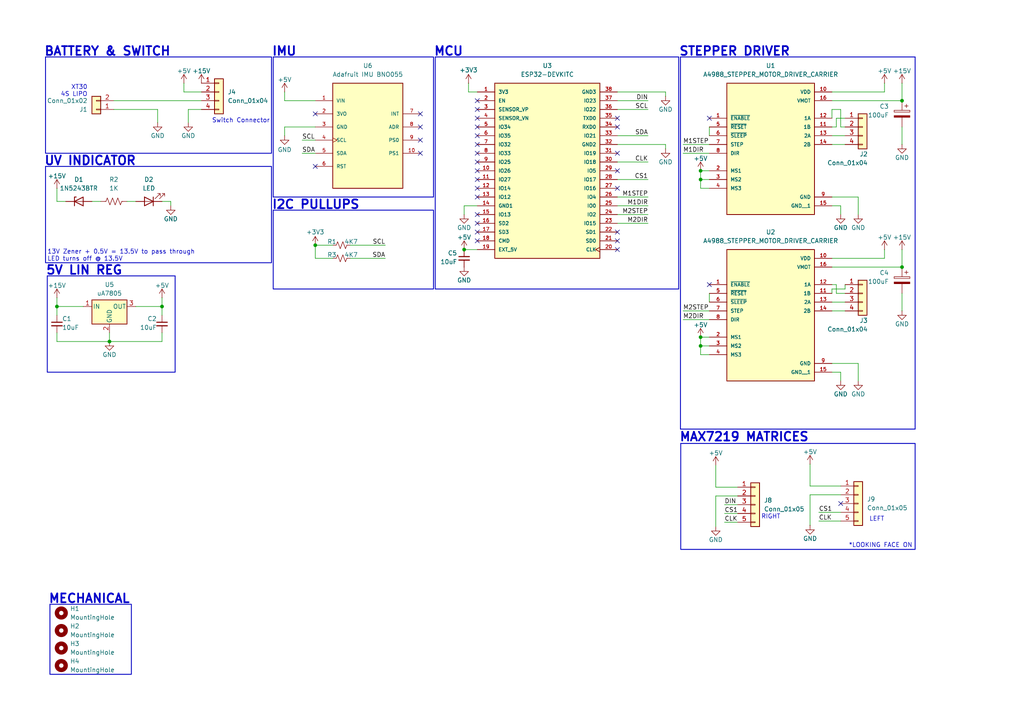
<source format=kicad_sch>
(kicad_sch (version 20231120) (generator "eeschema") (generator_version "8.0")
  (paper "A4")
  (title_block (title "SBR2") (date "2024-09-15") (rev "2.1") (company "Robonyx") (comment 1 "H.M.PHAN"))
  (lib_symbols
    (symbol "A4988_STEPPER_MOTOR_DRIVER_CARRIER:A4988_STEPPER_MOTOR_DRIVER_CARRIER" (pin_names (offset 1.016))
      (property "Reference" "U" (at -12.7 19.05 0))
      (property "Value" "A4988_STEPPER_MOTOR_DRIVER_CARRIER" (at -12.7 -24.13 0))
      (symbol "A4988_STEPPER_MOTOR_DRIVER_CARRIER_0_0"
        (rectangle (start -12.7 -20.32) (end 12.7 17.78) (stroke (width 0.254)) (fill (type background)))
        (pin input line (at -17.78 7.62 0) (length 5.08) (name "~{ENABLE}") (number "1"))
        (pin power_in line (at 17.78 15.24 180) (length 5.08) (name "VDD") (number "10"))
        (pin output line (at 17.78 5.08 180) (length 5.08) (name "1B") (number "11"))
        (pin output line (at 17.78 7.62 180) (length 5.08) (name "1A") (number "12"))
        (pin output line (at 17.78 2.54 180) (length 5.08) (name "2A") (number "13"))
        (pin output line (at 17.78 0 180) (length 5.08) (name "2B") (number "14"))
        (pin power_in line (at 17.78 -17.78 180) (length 5.08) (name "GND__1") (number "15"))
        (pin power_in line (at 17.78 12.7 180) (length 5.08) (name "VMOT") (number "16"))
        (pin input line (at -17.78 -7.62 0) (length 5.08) (name "MS1") (number "2"))
        (pin input line (at -17.78 -10.16 0) (length 5.08) (name "MS2") (number "3"))
        (pin input line (at -17.78 -12.7 0) (length 5.08) (name "MS3") (number "4"))
        (pin input line (at -17.78 5.08 0) (length 5.08) (name "~{RESET}") (number "5"))
        (pin input line (at -17.78 2.54 0) (length 5.08) (name "~{SLEEP}") (number "6"))
        (pin input line (at -17.78 0 0) (length 5.08) (name "STEP") (number "7"))
        (pin input line (at -17.78 -2.54 0) (length 5.08) (name "DIR") (number "8"))
        (pin power_in line (at 17.78 -15.24 180) (length 5.08) (name "GND") (number "9"))
      )
    )
    (symbol "Adafruit IMU BNO055:Adafruit IMU BNO055" (pin_names (offset 1.016))
      (property "Reference" "U" (at -10.16 14.732 0))
      (property "Value" "Adafruit IMU BNO055" (at -10.16 -19.05 0))
      (symbol "Adafruit IMU BNO055_0_0"
        (rectangle (start -10.16 13.97) (end 10.16 -16.51) (stroke (width 0.254)) (fill (type background)))
      )
      (symbol "Adafruit IMU BNO055_1_0"
        (pin input line (at -15.24 8.89 0) (length 5.08) (name "VIN") (number "1"))
        (pin bidirectional line (at 15.24 -6.35 180) (length 5.08) (name "PS1") (number "10"))
        (pin output line (at -15.24 5.08 0) (length 5.08) (name "3VO") (number "2"))
        (pin power_in line (at -15.24 1.27 0) (length 5.08) (name "GND") (number "3"))
        (pin bidirectional clock (at -15.24 -2.54 0) (length 5.08) (name "SCL") (number "4"))
        (pin bidirectional line (at -15.24 -6.35 0) (length 5.08) (name "SDA") (number "5"))
        (pin input line (at -15.24 -10.16 0) (length 5.08) (name "RST") (number "6"))
        (pin output line (at 15.24 5.08 180) (length 5.08) (name "INT") (number "7"))
        (pin bidirectional line (at 15.24 1.27 180) (length 5.08) (name "ADR") (number "8"))
        (pin output line (at 15.24 -2.54 180) (length 5.08) (name "PS0") (number "9"))
      )
    )
    (symbol "Connector_Generic:Conn_01x02" (pin_names (offset 1.016) hide)
      (property "Reference" "J" (at 0 2.54 0))
      (property "Value" "Conn_01x02" (at 0 -5.08 0))
      (symbol "Conn_01x02_1_1"
        (rectangle (start -1.27 -2.413) (end 0 -2.667) (stroke (width 0.1524)))
        (rectangle (start -1.27 0.127) (end 0 -0.127) (stroke (width 0.1524)))
        (rectangle (start -1.27 1.27) (end 1.27 -3.81) (stroke (width 0.254)) (fill (type background)))
        (pin passive line (at -5.08 0 0) (length 3.81) (name "Pin_1") (number "1"))
        (pin passive line (at -5.08 -2.54 0) (length 3.81) (name "Pin_2") (number "2"))
      )
    )
    (symbol "Connector_Generic:Conn_01x04" (pin_names (offset 1.016) hide)
      (property "Reference" "J" (at 0 5.08 0))
      (property "Value" "Conn_01x04" (at 0 -7.62 0))
      (symbol "Conn_01x04_1_1"
        (rectangle (start -1.27 -4.953) (end 0 -5.207) (stroke (width 0.1524)))
        (rectangle (start -1.27 -2.413) (end 0 -2.667) (stroke (width 0.1524)))
        (rectangle (start -1.27 0.127) (end 0 -0.127) (stroke (width 0.1524)))
        (rectangle (start -1.27 2.667) (end 0 2.413) (stroke (width 0.1524)))
        (rectangle (start -1.27 3.81) (end 1.27 -6.35) (stroke (width 0.254)) (fill (type background)))
        (pin passive line (at -5.08 2.54 0) (length 3.81) (name "Pin_1") (number "1"))
        (pin passive line (at -5.08 0 0) (length 3.81) (name "Pin_2") (number "2"))
        (pin passive line (at -5.08 -2.54 0) (length 3.81) (name "Pin_3") (number "3"))
        (pin passive line (at -5.08 -5.08 0) (length 3.81) (name "Pin_4") (number "4"))
      )
    )
    (symbol "Connector_Generic:Conn_01x05" (pin_names (offset 1.016) hide)
      (property "Reference" "J" (at 0 7.62 0))
      (property "Value" "Conn_01x05" (at 0 -7.62 0))
      (symbol "Conn_01x05_1_1"
        (rectangle (start -1.27 -4.953) (end 0 -5.207) (stroke (width 0.1524)))
        (rectangle (start -1.27 -2.413) (end 0 -2.667) (stroke (width 0.1524)))
        (rectangle (start -1.27 0.127) (end 0 -0.127) (stroke (width 0.1524)))
        (rectangle (start -1.27 2.667) (end 0 2.413) (stroke (width 0.1524)))
        (rectangle (start -1.27 5.207) (end 0 4.953) (stroke (width 0.1524)))
        (rectangle (start -1.27 6.35) (end 1.27 -6.35) (stroke (width 0.254)) (fill (type background)))
        (pin passive line (at -5.08 5.08 0) (length 3.81) (name "Pin_1") (number "1"))
        (pin passive line (at -5.08 2.54 0) (length 3.81) (name "Pin_2") (number "2"))
        (pin passive line (at -5.08 0 0) (length 3.81) (name "Pin_3") (number "3"))
        (pin passive line (at -5.08 -2.54 0) (length 3.81) (name "Pin_4") (number "4"))
        (pin passive line (at -5.08 -5.08 0) (length 3.81) (name "Pin_5") (number "5"))
      )
    )
    (symbol "Device:C_Polarized" (pin_numbers hide) (pin_names (offset 0.254))
      (property "Reference" "C" (at 0.635 2.54 0))
      (property "Value" "C_Polarized" (at 0.635 -2.54 0))
      (symbol "C_Polarized_0_1"
        (rectangle (start -2.286 0.508) (end 2.286 1.016))
        (polyline (pts (xy -1.778 2.286) (xy -0.762 2.286)))
        (polyline (pts (xy -1.27 2.794) (xy -1.27 1.778)))
        (rectangle (start 2.286 -0.508) (end -2.286 -1.016) (fill (type outline)))
      )
      (symbol "C_Polarized_1_1"
        (pin passive line (at 0 3.81 270) (length 2.794) (name "~") (number "1"))
        (pin passive line (at 0 -3.81 90) (length 2.794) (name "~") (number "2"))
      )
    )
    (symbol "Device:C_Small" (pin_numbers hide) (pin_names (offset 0.254) hide)
      (property "Reference" "C" (at 0.254 1.778 0))
      (property "Value" "C_Small" (at 0.254 -2.032 0))
      (symbol "C_Small_0_1"
        (polyline (pts (xy -1.524 -0.508) (xy 1.524 -0.508)) (stroke (width 0.3302)))
        (polyline (pts (xy -1.524 0.508) (xy 1.524 0.508)) (stroke (width 0.3048)))
      )
      (symbol "C_Small_1_1"
        (pin passive line (at 0 2.54 270) (length 2.032) (name "~") (number "1"))
        (pin passive line (at 0 -2.54 90) (length 2.032) (name "~") (number "2"))
      )
    )
    (symbol "Device:D_Zener" (pin_numbers hide) (pin_names (offset 1.016) hide)
      (property "Reference" "D" (at 0 2.54 0))
      (property "Value" "D_Zener" (at 0 -2.54 0))
      (symbol "D_Zener_0_1"
        (polyline (pts (xy 1.27 0) (xy -1.27 0)))
        (polyline (pts (xy -1.27 -1.27) (xy -1.27 1.27) (xy -0.762 1.27)) (stroke (width 0.254)))
        (polyline (pts (xy 1.27 -1.27) (xy 1.27 1.27) (xy -1.27 0) (xy 1.27 -1.27)) (stroke (width 0.254)))
      )
      (symbol "D_Zener_1_1"
        (pin passive line (at -3.81 0 0) (length 2.54) (name "K") (number "1"))
        (pin passive line (at 3.81 0 180) (length 2.54) (name "A") (number "2"))
      )
    )
    (symbol "Device:LED" (pin_numbers hide) (pin_names (offset 1.016) hide)
      (property "Reference" "D" (at 0 2.54 0))
      (property "Value" "LED" (at 0 -2.54 0))
      (symbol "LED_0_1"
        (polyline (pts (xy -1.27 -1.27) (xy -1.27 1.27)) (stroke (width 0.254)))
        (polyline (pts (xy -1.27 0) (xy 1.27 0)))
        (polyline (pts (xy 1.27 -1.27) (xy 1.27 1.27) (xy -1.27 0) (xy 1.27 -1.27)) (stroke (width 0.254)))
        (polyline (pts (xy -3.048 -0.762) (xy -4.572 -2.286) (xy -3.81 -2.286) (xy -4.572 -2.286) (xy -4.572 -1.524)))
        (polyline (pts (xy -1.778 -0.762) (xy -3.302 -2.286) (xy -2.54 -2.286) (xy -3.302 -2.286) (xy -3.302 -1.524)))
      )
      (symbol "LED_1_1"
        (pin passive line (at -3.81 0 0) (length 2.54) (name "K") (number "1"))
        (pin passive line (at 3.81 0 180) (length 2.54) (name "A") (number "2"))
      )
    )
    (symbol "Device:R_Small_US" (pin_numbers hide) (pin_names (offset 0.254) hide)
      (property "Reference" "R" (at 0.762 0.508 0))
      (property "Value" "R_Small_US" (at 0.762 -1.016 0))
      (symbol "R_Small_US_1_1"
        (polyline (pts (xy 0 0) (xy 1.016 -0.381) (xy 0 -0.762) (xy -1.016 -1.143) (xy 0 -1.524)))
        (polyline (pts (xy 0 1.524) (xy 1.016 1.143) (xy 0 0.762) (xy -1.016 0.381) (xy 0 0)))
        (pin passive line (at 0 2.54 270) (length 1.016) (name "~") (number "1"))
        (pin passive line (at 0 -2.54 90) (length 1.016) (name "~") (number "2"))
      )
    )
    (symbol "Device:R_US" (pin_numbers hide) (pin_names (offset 0))
      (property "Reference" "R" (at 2.54 0 90))
      (property "Value" "R_US" (at -2.54 0 90))
      (symbol "R_US_0_1"
        (polyline (pts (xy 0 -2.286) (xy 0 -2.54)))
        (polyline (pts (xy 0 2.286) (xy 0 2.54)))
        (polyline (pts (xy 0 -0.762) (xy 1.016 -1.143) (xy 0 -1.524) (xy -1.016 -1.905) (xy 0 -2.286)))
        (polyline (pts (xy 0 0.762) (xy 1.016 0.381) (xy 0 0) (xy -1.016 -0.381) (xy 0 -0.762)))
        (polyline (pts (xy 0 2.286) (xy 1.016 1.905) (xy 0 1.524) (xy -1.016 1.143) (xy 0 0.762)))
      )
      (symbol "R_US_1_1"
        (pin passive line (at 0 3.81 270) (length 1.27) (name "~") (number "1"))
        (pin passive line (at 0 -3.81 90) (length 1.27) (name "~") (number "2"))
      )
    )
    (symbol "ESP32-DEVKITC:ESP32-DEVKITC" (pin_names (offset 1.016))
      (property "Reference" "U" (at -15.2572 26.0643 0))
      (property "Value" "ESP32-DEVKITC" (at -15.2563 -27.9698 0))
      (symbol "ESP32-DEVKITC_0_0"
        (rectangle (start -15.24 -25.4) (end 15.24 25.4) (stroke (width 0.254)) (fill (type background)))
        (pin power_in line (at -20.32 22.86 0) (length 5.08) (name "3V3") (number "1"))
        (pin bidirectional line (at -20.32 0 0) (length 5.08) (name "IO26") (number "10"))
        (pin bidirectional line (at -20.32 -2.54 0) (length 5.08) (name "IO27") (number "11"))
        (pin bidirectional line (at -20.32 -5.08 0) (length 5.08) (name "IO14") (number "12"))
        (pin bidirectional line (at -20.32 -7.62 0) (length 5.08) (name "IO12") (number "13"))
        (pin power_in line (at -20.32 -10.16 0) (length 5.08) (name "GND1") (number "14"))
        (pin bidirectional line (at -20.32 -12.7 0) (length 5.08) (name "IO13") (number "15"))
        (pin bidirectional line (at -20.32 -15.24 0) (length 5.08) (name "SD2") (number "16"))
        (pin bidirectional line (at -20.32 -17.78 0) (length 5.08) (name "SD3") (number "17"))
        (pin bidirectional line (at -20.32 -20.32 0) (length 5.08) (name "CMD") (number "18"))
        (pin power_in line (at -20.32 -22.86 0) (length 5.08) (name "EXT_5V") (number "19"))
        (pin input line (at -20.32 20.32 0) (length 5.08) (name "EN") (number "2"))
        (pin input clock (at 20.32 -22.86 180) (length 5.08) (name "CLK") (number "20"))
        (pin bidirectional line (at 20.32 -20.32 180) (length 5.08) (name "SD0") (number "21"))
        (pin bidirectional line (at 20.32 -17.78 180) (length 5.08) (name "SD1") (number "22"))
        (pin bidirectional line (at 20.32 -15.24 180) (length 5.08) (name "IO15") (number "23"))
        (pin bidirectional line (at 20.32 -12.7 180) (length 5.08) (name "IO2") (number "24"))
        (pin bidirectional line (at 20.32 -10.16 180) (length 5.08) (name "IO0") (number "25"))
        (pin bidirectional line (at 20.32 -7.62 180) (length 5.08) (name "IO4") (number "26"))
        (pin bidirectional line (at 20.32 -5.08 180) (length 5.08) (name "IO16") (number "27"))
        (pin bidirectional line (at 20.32 -2.54 180) (length 5.08) (name "IO17") (number "28"))
        (pin bidirectional line (at 20.32 0 180) (length 5.08) (name "IO5") (number "29"))
        (pin input line (at -20.32 17.78 0) (length 5.08) (name "SENSOR_VP") (number "3"))
        (pin bidirectional line (at 20.32 2.54 180) (length 5.08) (name "IO18") (number "30"))
        (pin bidirectional line (at 20.32 5.08 180) (length 5.08) (name "IO19") (number "31"))
        (pin power_in line (at 20.32 7.62 180) (length 5.08) (name "GND2") (number "32"))
        (pin bidirectional line (at 20.32 10.16 180) (length 5.08) (name "IO21") (number "33"))
        (pin input line (at 20.32 12.7 180) (length 5.08) (name "RXD0") (number "34"))
        (pin output line (at 20.32 15.24 180) (length 5.08) (name "TXD0") (number "35"))
        (pin bidirectional line (at 20.32 17.78 180) (length 5.08) (name "IO22") (number "36"))
        (pin bidirectional line (at 20.32 20.32 180) (length 5.08) (name "IO23") (number "37"))
        (pin power_in line (at 20.32 22.86 180) (length 5.08) (name "GND3") (number "38"))
        (pin input line (at -20.32 15.24 0) (length 5.08) (name "SENSOR_VN") (number "4"))
        (pin bidirectional line (at -20.32 12.7 0) (length 5.08) (name "IO34") (number "5"))
        (pin bidirectional line (at -20.32 10.16 0) (length 5.08) (name "IO35") (number "6"))
        (pin bidirectional line (at -20.32 7.62 0) (length 5.08) (name "IO32") (number "7"))
        (pin bidirectional line (at -20.32 5.08 0) (length 5.08) (name "IO33") (number "8"))
        (pin bidirectional line (at -20.32 2.54 0) (length 5.08) (name "IO25") (number "9"))
      )
    )
    (symbol "Mechanical:MountingHole" (pin_names (offset 1.016)) (exclude_from_sim yes) (in_bom no)
      (property "Reference" "H" (at 0 5.08 0))
      (property "Value" "MountingHole" (at 0 3.175 0))
      (symbol "MountingHole_0_1"
        (circle (center 0 0) (radius 1.27) (stroke (width 1.27)))
      )
    )
    (symbol "Regulator_Linear:uA7805" (pin_names (offset 0.254))
      (property "Reference" "U" (at -3.81 3.175 0))
      (property "Value" "uA7805" (at 0 3.175 0))
      (symbol "uA7805_0_1"
        (rectangle (start -5.08 1.905) (end 5.08 -5.08) (stroke (width 0.254)) (fill (type background)))
      )
      (symbol "uA7805_1_1"
        (pin power_in line (at -7.62 0 0) (length 2.54) (name "IN") (number "1"))
        (pin power_in line (at 0 -7.62 90) (length 2.54) (name "GND") (number "2"))
        (pin power_out line (at 7.62 0 180) (length 2.54) (name "OUT") (number "3"))
      )
    )
    (symbol "power:+15V" (power) (pin_numbers hide) (pin_names (offset 0) hide)
      (property "Value" "+15V" (at 0 3.556 0))
      (symbol "+15V_0_1"
        (polyline (pts (xy -0.762 1.27) (xy 0 2.54)))
        (polyline (pts (xy 0 0) (xy 0 2.54)))
        (polyline (pts (xy 0 2.54) (xy 0.762 1.27)))
      )
      (symbol "+15V_1_1"
        (pin power_in line (at 0 0 90) (length 0) (name "~") (number "1"))
      )
    )
    (symbol "power:+3V3" (power) (pin_numbers hide) (pin_names (offset 0) hide)
      (property "Value" "+3V3" (at 0 3.556 0))
      (symbol "+3V3_0_1"
        (polyline (pts (xy -0.762 1.27) (xy 0 2.54)))
        (polyline (pts (xy 0 0) (xy 0 2.54)))
        (polyline (pts (xy 0 2.54) (xy 0.762 1.27)))
      )
      (symbol "+3V3_1_1"
        (pin power_in line (at 0 0 90) (length 0) (name "~") (number "1"))
      )
    )
    (symbol "power:+5V" (power) (pin_numbers hide) (pin_names (offset 0) hide)
      (property "Value" "+5V" (at 0 3.556 0))
      (symbol "+5V_0_1"
        (polyline (pts (xy -0.762 1.27) (xy 0 2.54)))
        (polyline (pts (xy 0 0) (xy 0 2.54)))
        (polyline (pts (xy 0 2.54) (xy 0.762 1.27)))
      )
      (symbol "+5V_1_1"
        (pin power_in line (at 0 0 90) (length 0) (name "~") (number "1"))
      )
    )
    (symbol "power:GND" (power) (pin_numbers hide) (pin_names (offset 0) hide)
      (property "Value" "GND" (at 0 -3.81 0))
      (symbol "GND_0_1"
        (polyline (pts (xy 0 0) (xy 0 -1.27) (xy 1.27 -1.27) (xy 0 -2.54) (xy -1.27 -1.27) (xy 0 -1.27)))
      )
      (symbol "GND_1_1"
        (pin power_in line (at 0 0 270) (length 0) (name "~") (number "1"))
      )
    )
  )
  (junction (at 203.2 49.53))
  (junction (at 261.62 77.47))
  (junction (at 16.51 88.9))
  (junction (at 134.62 72.39))
  (junction (at 31.75 99.06))
  (junction (at 203.2 100.33))
  (junction (at 91.44 71.12))
  (junction (at 46.99 88.9))
  (junction (at 203.2 97.79))
  (junction (at 261.62 29.21))
  (junction (at 203.2 52.07))
  (no_connect (at 138.43 57.15))
  (no_connect (at 179.07 54.61))
  (no_connect (at 138.43 49.53))
  (no_connect (at 243.84 146.05))
  (no_connect (at 138.43 67.31))
  (no_connect (at 138.43 54.61))
  (no_connect (at 179.07 44.45))
  (no_connect (at 121.92 36.83))
  (no_connect (at 179.07 34.29))
  (no_connect (at 179.07 72.39))
  (no_connect (at 138.43 29.21))
  (no_connect (at 138.43 34.29))
  (no_connect (at 138.43 64.77))
  (no_connect (at 179.07 67.31))
  (no_connect (at 138.43 69.85))
  (no_connect (at 121.92 40.64))
  (no_connect (at 138.43 39.37))
  (no_connect (at 138.43 52.07))
  (no_connect (at 179.07 49.53))
  (no_connect (at 205.74 34.29))
  (no_connect (at 179.07 69.85))
  (no_connect (at 138.43 46.99))
  (no_connect (at 91.44 48.26))
  (no_connect (at 205.74 82.55))
  (no_connect (at 138.43 41.91))
  (no_connect (at 91.44 33.02))
  (no_connect (at 138.43 44.45))
  (no_connect (at 138.43 62.23))
  (no_connect (at 121.92 33.02))
  (no_connect (at 138.43 36.83))
  (no_connect (at 179.07 36.83))
  (no_connect (at 138.43 31.75))
  (no_connect (at 121.92 44.45))
  (wire (pts (xy 241.3 85.09) (xy 241.3 83.82)))
  (wire (pts (xy 245.11 83.82) (xy 245.11 82.55)))
  (wire (pts (xy 16.51 99.06) (xy 31.75 99.06)))
  (wire (pts (xy 203.2 54.61) (xy 205.74 54.61)))
  (wire (pts (xy 33.02 31.75) (xy 45.72 31.75)))
  (wire (pts (xy 241.3 77.47) (xy 261.62 77.47)))
  (wire (pts (xy 242.57 34.29) (xy 242.57 36.83)))
  (wire (pts (xy 58.42 26.67) (xy 53.34 26.67)))
  (wire (pts (xy 243.84 59.69) (xy 243.84 62.23)))
  (wire (pts (xy 187.96 52.07) (xy 179.07 52.07)))
  (wire (pts (xy 210.1418 148.929) (xy 213.9518 148.929)))
  (wire (pts (xy 187.96 29.21) (xy 179.07 29.21)))
  (wire (pts (xy 241.3 29.21) (xy 261.62 29.21)))
  (wire (pts (xy 187.96 39.37) (xy 179.07 39.37)))
  (wire (pts (xy 242.57 36.83) (xy 241.3 36.83)))
  (wire (pts (xy 241.3 31.75) (xy 243.84 31.75)))
  (wire (pts (xy 187.96 46.99) (xy 179.07 46.99)))
  (wire (pts (xy 101.6 71.12) (xy 111.76 71.12)))
  (wire (pts (xy 241.3 107.95) (xy 243.84 107.95)))
  (wire (pts (xy 205.74 85.09) (xy 205.74 87.63)))
  (wire (pts (xy 193.04 26.67) (xy 193.04 27.94)))
  (wire (pts (xy 256.54 74.93) (xy 256.54 72.39)))
  (wire (pts (xy 82.55 36.83) (xy 82.55 39.37)))
  (wire (pts (xy 203.2 100.33) (xy 203.2 102.87)))
  (wire (pts (xy 198.12 44.45) (xy 205.74 44.45)))
  (wire (pts (xy 179.07 26.67) (xy 193.04 26.67)))
  (wire (pts (xy 203.2 97.79) (xy 203.2 100.33)))
  (wire (pts (xy 256.54 26.67) (xy 256.54 24.13)))
  (wire (pts (xy 54.61 35.56) (xy 54.61 31.75)))
  (wire (pts (xy 87.63 40.64) (xy 91.44 40.64)))
  (wire (pts (xy 241.3 34.29) (xy 241.3 31.75)))
  (wire (pts (xy 243.84 107.95) (xy 243.84 110.49)))
  (wire (pts (xy 241.3 83.82) (xy 245.11 83.82)))
  (wire (pts (xy 245.11 85.09) (xy 242.57 85.09)))
  (wire (pts (xy 16.51 54.61) (xy 16.51 58.42)))
  (wire (pts (xy 245.11 34.29) (xy 242.57 34.29)))
  (wire (pts (xy 49.53 58.42) (xy 49.53 59.69)))
  (wire (pts (xy 213.9518 141.309) (xy 207.6018 141.309)))
  (wire (pts (xy 203.2 49.53) (xy 205.74 49.53)))
  (wire (pts (xy 179.07 41.91) (xy 193.04 41.91)))
  (wire (pts (xy 31.75 99.06) (xy 46.99 99.06)))
  (wire (pts (xy 31.75 99.06) (xy 31.75 96.52)))
  (wire (pts (xy 241.3 74.93) (xy 256.54 74.93)))
  (wire (pts (xy 82.55 26.67) (xy 82.55 29.21)))
  (wire (pts (xy 205.74 36.83) (xy 205.74 39.37)))
  (wire (pts (xy 210.1418 151.469) (xy 213.9518 151.469)))
  (wire (pts (xy 207.6018 143.849) (xy 207.6018 152.739)))
  (wire (pts (xy 138.43 59.69) (xy 134.62 59.69)))
  (wire (pts (xy 16.51 58.42) (xy 19.05 58.42)))
  (wire (pts (xy 101.6 74.93) (xy 111.76 74.93)))
  (wire (pts (xy 134.62 59.69) (xy 134.62 62.23)))
  (wire (pts (xy 203.2 52.07) (xy 205.74 52.07)))
  (wire (pts (xy 203.2 49.53) (xy 203.2 52.07)))
  (wire (pts (xy 187.96 31.75) (xy 179.07 31.75)))
  (wire (pts (xy 237.49 151.13) (xy 243.84 151.13)))
  (wire (pts (xy 198.12 41.91) (xy 205.74 41.91)))
  (wire (pts (xy 245.11 90.17) (xy 241.3 90.17)))
  (wire (pts (xy 241.3 105.41) (xy 248.92 105.41)))
  (wire (pts (xy 46.99 86.36) (xy 46.99 88.9)))
  (wire (pts (xy 203.2 97.79) (xy 205.74 97.79)))
  (wire (pts (xy 16.51 86.36) (xy 16.51 88.9)))
  (wire (pts (xy 87.63 44.45) (xy 91.44 44.45)))
  (wire (pts (xy 179.07 57.15) (xy 187.96 57.15)))
  (wire (pts (xy 179.07 59.69) (xy 187.96 59.69)))
  (wire (pts (xy 245.11 39.37) (xy 241.3 39.37)))
  (wire (pts (xy 243.84 31.75) (xy 243.84 36.83)))
  (wire (pts (xy 237.49 148.59) (xy 243.84 148.59)))
  (wire (pts (xy 242.57 85.09) (xy 242.57 82.55)))
  (wire (pts (xy 248.92 105.41) (xy 248.92 110.49)))
  (wire (pts (xy 134.62 72.39) (xy 138.43 72.39)))
  (wire (pts (xy 16.51 91.44) (xy 16.51 88.9)))
  (wire (pts (xy 91.44 74.93) (xy 96.52 74.93)))
  (wire (pts (xy 179.07 64.77) (xy 187.96 64.77)))
  (wire (pts (xy 261.62 90.17) (xy 261.62 85.09)))
  (wire (pts (xy 234.95 134.62) (xy 234.95 140.97)))
  (wire (pts (xy 82.55 29.21) (xy 91.44 29.21)))
  (wire (pts (xy 135.89 24.13) (xy 135.89 26.67)))
  (wire (pts (xy 16.51 88.9) (xy 24.13 88.9)))
  (wire (pts (xy 241.3 59.69) (xy 243.84 59.69)))
  (wire (pts (xy 207.6018 134.959) (xy 207.6018 141.309)))
  (wire (pts (xy 91.44 36.83) (xy 82.55 36.83)))
  (wire (pts (xy 29.21 58.42) (xy 26.67 58.42)))
  (wire (pts (xy 203.2 52.07) (xy 203.2 54.61)))
  (wire (pts (xy 234.95 143.51) (xy 243.84 143.51)))
  (wire (pts (xy 234.95 140.97) (xy 243.84 140.97)))
  (wire (pts (xy 210.1418 146.389) (xy 213.9518 146.389)))
  (wire (pts (xy 245.11 41.91) (xy 241.3 41.91)))
  (wire (pts (xy 36.83 58.42) (xy 39.37 58.42)))
  (wire (pts (xy 261.62 41.91) (xy 261.62 36.83)))
  (wire (pts (xy 203.2 100.33) (xy 205.74 100.33)))
  (wire (pts (xy 261.62 72.39) (xy 261.62 77.47)))
  (wire (pts (xy 91.44 71.12) (xy 91.44 74.93)))
  (wire (pts (xy 234.95 143.51) (xy 234.95 152.4)))
  (wire (pts (xy 33.02 29.21) (xy 58.42 29.21)))
  (wire (pts (xy 91.44 71.12) (xy 96.52 71.12)))
  (wire (pts (xy 248.92 57.15) (xy 248.92 62.23)))
  (wire (pts (xy 16.51 99.06) (xy 16.51 96.52)))
  (wire (pts (xy 45.72 31.75) (xy 45.72 35.56)))
  (wire (pts (xy 203.2 102.87) (xy 205.74 102.87)))
  (wire (pts (xy 245.11 87.63) (xy 241.3 87.63)))
  (wire (pts (xy 198.12 90.17) (xy 205.74 90.17)))
  (wire (pts (xy 242.57 82.55) (xy 241.3 82.55)))
  (wire (pts (xy 46.99 99.06) (xy 46.99 96.52)))
  (wire (pts (xy 213.9518 143.849) (xy 207.6018 143.849)))
  (wire (pts (xy 243.84 36.83) (xy 245.11 36.83)))
  (wire (pts (xy 54.61 31.75) (xy 58.42 31.75)))
  (wire (pts (xy 179.07 62.23) (xy 187.96 62.23)))
  (wire (pts (xy 53.34 26.67) (xy 53.34 24.13)))
  (wire (pts (xy 241.3 57.15) (xy 248.92 57.15)))
  (wire (pts (xy 135.89 26.67) (xy 138.43 26.67)))
  (wire (pts (xy 39.37 88.9) (xy 46.99 88.9)))
  (wire (pts (xy 46.99 91.44) (xy 46.99 88.9)))
  (wire (pts (xy 241.3 26.67) (xy 256.54 26.67)))
  (wire (pts (xy 193.04 41.91) (xy 193.04 43.18)))
  (wire (pts (xy 261.62 24.13) (xy 261.62 29.21)))
  (wire (pts (xy 198.12 92.71) (xy 205.74 92.71)))
  (wire (pts (xy 46.99 58.42) (xy 49.53 58.42)))
  (rectangle (start 197.4418 128.609) (end 265.43 159.343) (stroke (width 0.254)))
  (rectangle (start 13.208 16.51) (end 78.74 44.45) (stroke (width 0.254)))
  (rectangle (start 13.716 80.01) (end 50.8 107.95) (stroke (width 0.254)))
  (rectangle (start 79.248 60.96) (end 125.73 83.82) (stroke (width 0.254)))
  (rectangle (start 126.238 16.51) (end 196.85 83.82) (stroke (width 0.254)))
  (rectangle (start 14.478 175.26) (end 38.1 195.58) (stroke (width 0.254)))
  (rectangle (start 79.248 16.51) (end 125.73 57.15) (stroke (width 0.254)))
  (rectangle (start 13.208 48.26) (end 78.74 76.2) (stroke (width 0.254)))
  (rectangle (start 197.358 16.51) (end 265.43 124.46) (stroke (width 0.254)))
  (text "MECHANICAL" (at 13.97 175.26 0) (effects (font (size 2.54 2.54) (thickness 0.508) (bold yes)) (justify left bottom)))
  (text "LEFT" (at 256.54 150.622 0) (effects (font (size 1.27 1.27)) (justify right)))
  (text "MAX7219 MATRICES" (at 196.9338 128.355 0) (effects (font (size 2.54 2.54) (thickness 0.508) (bold yes)) (justify left bottom)))
  (text "BATTERY & SWITCH" (at 12.7 16.51 0) (effects (font (size 2.54 2.54) (thickness 0.508) (bold yes)) (justify left bottom)))
  (text "5V LIN REG" (at 13.208 80.01 0) (effects (font (size 2.54 2.54) (thickness 0.508) (bold yes)) (justify left bottom)))
  (text "UV INDICATOR" (at 12.7 48.26 0) (effects (font (size 2.54 2.54) (thickness 0.508) (bold yes)) (justify left bottom)))
  (text "RIGHT" (at 226.3978 149.945 0) (effects (font (size 1.27 1.27)) (justify right)))
  (text "I2C PULLUPS" (at 78.74 60.96 0) (effects (font (size 2.54 2.54) (thickness 0.508) (bold yes)) (justify left bottom)))
  (text "*LOOKING FACE ON" (at 264.668 158.242 0) (effects (font (size 1.27 1.27)) (justify right)))
  (text "MCU" (at 125.73 16.51 0) (effects (font (size 2.54 2.54) (thickness 0.508) (bold yes)) (justify left bottom)))
  (text "Switch Connector" (at 61.468 35.052 0) (effects (font (size 1.27 1.27)) (justify left)))
  (text "13V Zener + 0.5V = 13.5V to pass through\nLED turns off @ 13.5V" (at 13.716 74.168 0) (effects (font (size 1.27 1.27)) (justify left)))
  (text "IMU" (at 78.74 16.51 0) (effects (font (size 2.54 2.54) (thickness 0.508) (bold yes)) (justify left bottom)))
  (text "XT30\n4S LIPO" (at 25.4 26.416 0) (effects (font (size 1.27 1.27)) (justify right)))
  (text "STEPPER DRIVER" (at 196.85 16.51 0) (effects (font (size 2.54 2.54) (thickness 0.508) (bold yes)) (justify left bottom)))
  (label "SDA" (at 87.63 44.45 0))
  (label "CLK" (at 237.49 151.13 0))
  (label "DIN" (at 187.96 29.21 180))
  (label "SCL" (at 111.76 71.12 180))
  (label "M2DIR" (at 198.12 92.71 0))
  (label "M2STEP" (at 198.12 90.17 0))
  (label "SDA" (at 111.76 74.93 180))
  (label "CS1" (at 237.49 148.59 0))
  (label "M1STEP" (at 187.96 57.15 180))
  (label "SCL" (at 87.63 40.64 0))
  (label "M1DIR" (at 198.12 44.45 0))
  (label "M2DIR" (at 187.96 64.77 180))
  (label "M1STEP" (at 198.12 41.91 0))
  (label "CS1" (at 210.1418 148.929 0))
  (label "CLK" (at 187.96 46.99 180))
  (label "M2STEP" (at 187.96 62.23 180))
  (label "CS1" (at 187.96 52.07 180))
  (label "M1DIR" (at 187.96 59.69 180))
  (label "SDA" (at 187.96 39.37 180))
  (label "SCL" (at 187.96 31.75 180))
  (label "CLK" (at 210.1418 151.469 0))
  (label "DIN" (at 210.1418 146.389 0))
  (symbol (lib_id "power:+3V3") (at 135.89 24.13 0) (unit 1)
    (property "Reference" "#PWR031" (effects (hide yes)))
    (property "Value" "+3V3" (at 135.89 20.32 0))
    (property "Description" "Power symbol creates a global label with name \"+3V3\"" (effects (hide yes)))
  )
  (symbol (lib_id "power:+5V") (at 82.55 26.67 0) (unit 1)
    (property "Reference" "#PWR022" (effects (hide yes)))
    (property "Value" "+5V" (at 82.55 23.114 0))
    (property "Description" "Power symbol creates a global label with name \"+5V\"" (effects (hide yes)))
  )
  (symbol (lib_id "power:+5V") (at 53.34 24.13 0) (unit 1)
    (property "Reference" "#PWR027" (effects (hide yes)))
    (property "Value" "+5V" (at 53.34 20.574 0))
    (property "Description" "Power symbol creates a global label with name \"+5V\"" (effects (hide yes)))
  )
  (symbol (lib_id "power:+5V") (at 207.6018 134.959 0) (unit 1)
    (property "Reference" "#PWR026" (effects (hide yes)))
    (property "Value" "+5V" (at 207.6018 131.403 0))
    (property "Description" "Power symbol creates a global label with name \"+5V\"" (effects (hide yes)))
  )
  (symbol (lib_id "Mechanical:MountingHole") (at 17.78 177.8 0) (unit 1) (exclude_from_sim yes) (in_bom no)
    (property "Reference" "H1" (at 20.32 176.5299 0) (effects (justify left)))
    (property "Value" "MountingHole" (at 20.32 179.0699 0) (effects (justify left)))
    (property "Footprint" "MountingHole:MountingHole_3.2mm_M3" (effects (hide yes)))
    (property "Description" "Mounting Hole without connection" (effects (hide yes)))
  )
  (symbol (lib_id "power:GND") (at 54.61 35.56 0) (unit 1)
    (property "Reference" "#PWR023" (effects (hide yes)))
    (property "Value" "GND" (at 54.61 39.37 0))
    (property "Description" "Power symbol creates a global label with name \"GND\" , ground" (effects (hide yes)))
  )
  (symbol (lib_id "power:GND") (at 243.84 62.23 0) (unit 1)
    (property "Reference" "#PWR010" (effects (hide yes)))
    (property "Value" "GND" (at 243.84 66.04 0))
    (property "Description" "Power symbol creates a global label with name \"GND\" , ground" (effects (hide yes)))
  )
  (symbol (lib_id "power:GND") (at 31.75 99.06 0) (unit 1)
    (property "Reference" "#PWR05" (effects (hide yes)))
    (property "Value" "GND" (at 31.75 102.87 0))
    (property "Description" "Power symbol creates a global label with name \"GND\" , ground" (effects (hide yes)))
  )
  (symbol (lib_id "power:+5V") (at 203.2 49.53 0) (unit 1)
    (property "Reference" "#PWR033" (effects (hide yes)))
    (property "Value" "+5V" (at 203.2 45.974 0))
    (property "Description" "Power symbol creates a global label with name \"+5V\"" (effects (hide yes)))
  )
  (symbol (lib_id "power:+5V") (at 203.2 97.79 0) (unit 1)
    (property "Reference" "#PWR034" (effects (hide yes)))
    (property "Value" "+5V" (at 203.2 94.234 0))
    (property "Description" "Power symbol creates a global label with name \"+5V\"" (effects (hide yes)))
  )
  (symbol (lib_id "Connector_Generic:Conn_01x04") (at 250.19 85.09 0) (unit 1)
    (property "Reference" "J3" (at 251.714 92.964 0) (effects (justify right)))
    (property "Value" "Conn_01x04" (at 251.714 95.504 0) (effects (justify right)))
    (property "Footprint" "Connector_JST:JST_XH_B4B-XH-AM_1x04_P2.50mm_Vertical" (effects (hide yes)))
    (property "Description" "Generic connector, single row, 01x04, script generated (kicad-library-utils/schlib/autogen/connector/)" (effects (hide yes)))
  )
  (symbol (lib_id "power:GND") (at 248.92 110.49 0) (unit 1)
    (property "Reference" "#PWR016" (effects (hide yes)))
    (property "Value" "GND" (at 248.92 114.3 0))
    (property "Description" "Power symbol creates a global label with name \"GND\" , ground" (effects (hide yes)))
  )
  (symbol (lib_id "Regulator_Linear:uA7805") (at 31.75 88.9 0) (unit 1)
    (property "Reference" "U5" (at 31.75 82.55 0))
    (property "Value" "uA7805" (at 31.75 85.09 0))
    (property "Footprint" "Package_TO_SOT_SMD:TO-263-3_TabPin2" (effects (hide yes)))
    (property "Datasheet" "http://www.ti.com/lit/ds/symlink/ua78.pdf" (effects (hide yes)))
    (property "Description" "Positive 1A 35V Linear Regulator, Fixed Output 5V, TO-220/TO-263" (effects (hide yes)))
  )
  (symbol (lib_id "A4988_STEPPER_MOTOR_DRIVER_CARRIER:A4988_STEPPER_MOTOR_DRIVER_CARRIER") (at 223.52 41.91 0) (unit 1)
    (property "Reference" "U1" (at 223.52 19.05 0))
    (property "Value" "A4988_STEPPER_MOTOR_DRIVER_CARRIER" (at 223.52 21.59 0))
    (property "Footprint" "A4988_STEPPER_MOTOR_DRIVER_CARRIER:MODULE_A4988_STEPPER_MOTOR_DRIVER_CARRIER" (effects (hide yes)))
    (property "MF" "Pololu" (effects (hide yes)))
    (property "DESCRIPTION" "Stepper motor controler; IC: A4988; 1A; Uin mot: 8÷35V" (effects (hide yes)))
    (property "PACKAGE" "None" (effects (hide yes)))
    (property "PRICE" "None" (effects (hide yes)))
    (property "Package" "None" (effects (hide yes)))
    (property "Check_prices" "https://www.snapeda.com/parts/A4988%20STEPPER%20MOTOR%20DRIVER%20CARRIER/Pololu/view-part/?ref=eda" (effects (hide yes)))
    (property "Price" "None" (effects (hide yes)))
    (property "SnapEDA_Link" "https://www.snapeda.com/parts/A4988%20STEPPER%20MOTOR%20DRIVER%20CARRIER/Pololu/view-part/?ref=snap" (effects (hide yes)))
    (property "MP" "A4988 STEPPER MOTOR DRIVER CARRIER" (effects (hide yes)))
    (property "Availability" "Not in stock" (effects (hide yes)))
    (property "AVAILABILITY" "Unavailable" (effects (hide yes)))
    (property "Description_1" "\nStepper Motor Driver\n" (effects (hide yes)))
  )
  (symbol (lib_id "Mechanical:MountingHole") (at 17.78 187.96 0) (unit 1) (exclude_from_sim yes) (in_bom no)
    (property "Reference" "H3" (at 20.32 186.6899 0) (effects (justify left)))
    (property "Value" "MountingHole" (at 20.32 189.2299 0) (effects (justify left)))
    (property "Footprint" "MountingHole:MountingHole_3.2mm_M3" (effects (hide yes)))
    (property "Description" "Mounting Hole without connection" (effects (hide yes)))
  )
  (symbol (lib_id "Connector_Generic:Conn_01x04") (at 63.5 26.67 0) (unit 1)
    (property "Reference" "J4" (at 66.04 26.6699 0) (effects (justify left)))
    (property "Value" "Conn_01x04" (at 66.04 29.2099 0) (effects (justify left)))
    (property "Footprint" "Connector_JST:JST_XH_B4B-XH-AM_1x04_P2.50mm_Vertical" (effects (hide yes)))
    (property "Description" "Generic connector, single row, 01x04, script generated (kicad-library-utils/schlib/autogen/connector/)" (effects (hide yes)))
  )
  (symbol (lib_id "power:GND") (at 82.55 39.37 0) (unit 1)
    (property "Reference" "#PWR021" (effects (hide yes)))
    (property "Value" "GND" (at 82.55 43.434 0))
    (property "Description" "Power symbol creates a global label with name \"GND\" , ground" (effects (hide yes)))
  )
  (symbol (lib_id "power:GND") (at 45.72 35.56 0) (unit 1)
    (property "Reference" "#PWR03" (effects (hide yes)))
    (property "Value" "GND" (at 45.72 39.37 0))
    (property "Description" "Power symbol creates a global label with name \"GND\" , ground" (effects (hide yes)))
  )
  (symbol (lib_id "power:+15V") (at 261.62 24.13 0) (mirror y) (unit 1)
    (property "Reference" "#PWR013" (effects (hide yes)))
    (property "Value" "+15V" (at 261.62 20.574 0))
    (property "Description" "Power symbol creates a global label with name \"+15V\"" (effects (hide yes)))
  )
  (symbol (lib_id "power:+5V") (at 46.99 86.36 0) (unit 1)
    (property "Reference" "#PWR07" (effects (hide yes)))
    (property "Value" "+5V" (at 46.99 82.804 0))
    (property "Description" "Power symbol creates a global label with name \"+5V\"" (effects (hide yes)))
  )
  (symbol (lib_id "Device:LED") (at 43.18 58.42 180) (unit 1)
    (property "Reference" "D2" (at 43.18 52.07 0))
    (property "Value" "LED" (at 43.18 54.61 0))
    (property "Footprint" "LED_THT:LED_D5.0mm" (effects (hide yes)))
    (property "Description" "Light emitting diode" (effects (hide yes)))
  )
  (symbol (lib_id "Device:D_Zener") (at 22.86 58.42 0) (unit 1)
    (property "Reference" "D1" (at 22.86 52.07 0))
    (property "Value" "1N5243BTR" (at 22.86 54.61 0))
    (property "Footprint" "Diode_THT:D_DO-35_SOD27_P10.16mm_Horizontal" (effects (hide yes)))
    (property "Description" "Zener diode" (effects (hide yes)))
  )
  (symbol (lib_id "power:GND") (at 248.92 62.23 0) (unit 1)
    (property "Reference" "#PWR011" (effects (hide yes)))
    (property "Value" "GND" (at 248.92 66.04 0))
    (property "Description" "Power symbol creates a global label with name \"GND\" , ground" (effects (hide yes)))
  )
  (symbol (lib_id "power:+5V") (at 256.54 24.13 0) (unit 1)
    (property "Reference" "#PWR014" (effects (hide yes)))
    (property "Value" "+5V" (at 256.54 20.574 0))
    (property "Description" "Power symbol creates a global label with name \"+5V\"" (effects (hide yes)))
  )
  (symbol (lib_id "Connector_Generic:Conn_01x05") (at 219.0318 146.389 0) (unit 1)
    (property "Reference" "J8" (at 221.5718 145.1189 0) (effects (justify left)))
    (property "Value" "Conn_01x05" (at 221.5718 147.6589 0) (effects (justify left)))
    (property "Footprint" "Connector_PinSocket_2.54mm:PinSocket_1x05_P2.54mm_Vertical" (effects (hide yes)))
    (property "Description" "Generic connector, single row, 01x05, script generated (kicad-library-utils/schlib/autogen/connector/)" (effects (hide yes)))
  )
  (symbol (lib_id "ESP32-DEVKITC:ESP32-DEVKITC") (at 158.75 49.53 0) (unit 1)
    (property "Reference" "U3" (at 158.75 19.05 0))
    (property "Value" "ESP32-DEVKITC" (at 158.75 21.59 0))
    (property "Footprint" "ESP32-DEVKITC:MODULE_ESP32-DEVKITC" (effects (hide yes)))
    (property "SnapEDA_Link" "https://www.snapeda.com/parts/ESP32-DEVKITC/Espressif+Systems/view-part/?ref=snap" (effects (hide yes)))
    (property "Description_1" "\nESP32-WROOM-32UE series Transceiver; 802.11 b/g/n (Wi-Fi, WiFi, WLAN), Bluetooth ® Smart Ready 4.x Dual Mode Evaluation Board\n" (effects (hide yes)))
    (property "Package" "None" (effects (hide yes)))
    (property "Check_prices" "https://www.snapeda.com/parts/ESP32-DEVKITC/Espressif+Systems/view-part/?ref=eda" (effects (hide yes)))
    (property "STANDARD" "Manufacturer Recommendations" (effects (hide yes)))
    (property "PARTREV" "N/A" (effects (hide yes)))
    (property "MF" "Espressif Systems" (effects (hide yes)))
    (property "MP" "ESP32-DEVKITC" (effects (hide yes)))
    (property "MANUFACTURER" "ESPRESSIF" (effects (hide yes)))
  )
  (symbol (lib_id "Device:C_Small") (at 16.51 93.98 0) (unit 1)
    (property "Reference" "C1" (at 18.034 92.456 0) (effects (justify left)))
    (property "Value" "10uF" (at 18.034 94.996 0) (effects (justify left)))
    (property "Footprint" "Capacitor_SMD:C_0805_2012Metric" (effects (hide yes)))
    (property "Description" "Unpolarized capacitor, small symbol" (effects (hide yes)))
  )
  (symbol (lib_id "power:+15V") (at 16.51 86.36 0) (mirror y) (unit 1)
    (property "Reference" "#PWR04" (effects (hide yes)))
    (property "Value" "+15V" (at 16.51 82.804 0))
    (property "Description" "Power symbol creates a global label with name \"+15V\"" (effects (hide yes)))
  )
  (symbol (lib_id "Device:C_Small") (at 134.62 74.93 0) (mirror y) (unit 1)
    (property "Reference" "C5" (at 132.588 73.406 0) (effects (justify left)))
    (property "Value" "10uF" (at 132.588 75.946 0) (effects (justify left)))
    (property "Footprint" "Capacitor_SMD:C_0805_2012Metric" (effects (hide yes)))
    (property "Description" "Unpolarized capacitor, small symbol" (effects (hide yes)))
  )
  (symbol (lib_id "Device:C_Small") (at 46.99 93.98 0) (mirror y) (unit 1)
    (property "Reference" "C2" (at 45.466 92.456 0) (effects (justify left)))
    (property "Value" "10uF" (at 45.466 94.996 0) (effects (justify left)))
    (property "Footprint" "Capacitor_SMD:C_0805_2012Metric" (effects (hide yes)))
    (property "Description" "Unpolarized capacitor, small symbol" (effects (hide yes)))
  )
  (symbol (lib_id "power:+5V") (at 256.54 72.39 0) (unit 1)
    (property "Reference" "#PWR017" (effects (hide yes)))
    (property "Value" "+5V" (at 256.54 68.834 0))
    (property "Description" "Power symbol creates a global label with name \"+5V\"" (effects (hide yes)))
  )
  (symbol (lib_id "Connector_Generic:Conn_01x04") (at 250.19 36.83 0) (unit 1)
    (property "Reference" "J2" (at 251.714 44.704 0) (effects (justify right)))
    (property "Value" "Conn_01x04" (at 251.714 47.244 0) (effects (justify right)))
    (property "Footprint" "Connector_JST:JST_XH_B4B-XH-AM_1x04_P2.50mm_Vertical" (effects (hide yes)))
    (property "Description" "Generic connector, single row, 01x04, script generated (kicad-library-utils/schlib/autogen/connector/)" (effects (hide yes)))
  )
  (symbol (lib_id "power:+3V3") (at 91.44 71.12 0) (unit 1)
    (property "Reference" "#PWR032" (effects (hide yes)))
    (property "Value" "+3V3" (at 91.44 67.31 0))
    (property "Description" "Power symbol creates a global label with name \"+3V3\"" (effects (hide yes)))
  )
  (symbol (lib_id "power:GND") (at 234.95 152.4 0) (unit 1)
    (property "Reference" "#PWR029" (effects (hide yes)))
    (property "Value" "GND" (at 234.95 156.21 0))
    (property "Description" "Power symbol creates a global label with name \"GND\" , ground" (effects (hide yes)))
  )
  (symbol (lib_id "power:+15V") (at 16.51 54.61 0) (mirror y) (unit 1)
    (property "Reference" "#PWR024" (effects (hide yes)))
    (property "Value" "+15V" (at 16.51 51.054 0))
    (property "Description" "Power symbol creates a global label with name \"+15V\"" (effects (hide yes)))
  )
  (symbol (lib_id "power:GND") (at 261.62 41.91 0) (unit 1)
    (property "Reference" "#PWR012" (effects (hide yes)))
    (property "Value" "GND" (at 261.62 45.72 0))
    (property "Description" "Power symbol creates a global label with name \"GND\" , ground" (effects (hide yes)))
  )
  (symbol (lib_id "power:GND") (at 134.62 77.47 0) (unit 1)
    (property "Reference" "#PWR020" (effects (hide yes)))
    (property "Value" "GND" (at 134.62 81.28 0))
    (property "Description" "Power symbol creates a global label with name \"GND\" , ground" (effects (hide yes)))
  )
  (symbol (lib_id "Connector_Generic:Conn_01x02") (at 27.94 31.75 180) (unit 1)
    (property "Reference" "J1" (at 25.4 31.7501 0) (effects (justify left)))
    (property "Value" "Conn_01x02" (at 25.4 29.2101 0) (effects (justify left)))
    (property "Footprint" "Connector_AMASS:AMASS_XT30U-M_1x02_P5.0mm_Vertical" (effects (hide yes)))
    (property "Description" "Generic connector, single row, 01x02, script generated (kicad-library-utils/schlib/autogen/connector/)" (effects (hide yes)))
  )
  (symbol (lib_id "A4988_STEPPER_MOTOR_DRIVER_CARRIER:A4988_STEPPER_MOTOR_DRIVER_CARRIER") (at 223.52 90.17 0) (unit 1)
    (property "Reference" "U2" (at 223.52 67.31 0))
    (property "Value" "A4988_STEPPER_MOTOR_DRIVER_CARRIER" (at 223.52 69.85 0))
    (property "Footprint" "A4988_STEPPER_MOTOR_DRIVER_CARRIER:MODULE_A4988_STEPPER_MOTOR_DRIVER_CARRIER" (effects (hide yes)))
    (property "MF" "Pololu" (effects (hide yes)))
    (property "DESCRIPTION" "Stepper motor controler; IC: A4988; 1A; Uin mot: 8÷35V" (effects (hide yes)))
    (property "PACKAGE" "None" (effects (hide yes)))
    (property "PRICE" "None" (effects (hide yes)))
    (property "Package" "None" (effects (hide yes)))
    (property "Check_prices" "https://www.snapeda.com/parts/A4988%20STEPPER%20MOTOR%20DRIVER%20CARRIER/Pololu/view-part/?ref=eda" (effects (hide yes)))
    (property "Price" "None" (effects (hide yes)))
    (property "SnapEDA_Link" "https://www.snapeda.com/parts/A4988%20STEPPER%20MOTOR%20DRIVER%20CARRIER/Pololu/view-part/?ref=snap" (effects (hide yes)))
    (property "MP" "A4988 STEPPER MOTOR DRIVER CARRIER" (effects (hide yes)))
    (property "Availability" "Not in stock" (effects (hide yes)))
    (property "AVAILABILITY" "Unavailable" (effects (hide yes)))
    (property "Description_1" "\nStepper Motor Driver\n" (effects (hide yes)))
  )
  (symbol (lib_id "power:GND") (at 134.62 62.23 0) (unit 1)
    (property "Reference" "#PWR09" (effects (hide yes)))
    (property "Value" "GND" (at 134.62 66.04 0))
    (property "Description" "Power symbol creates a global label with name \"GND\" , ground" (effects (hide yes)))
  )
  (symbol (lib_id "Mechanical:MountingHole") (at 17.78 193.04 0) (unit 1) (exclude_from_sim yes) (in_bom no)
    (property "Reference" "H4" (at 20.32 191.7699 0) (effects (justify left)))
    (property "Value" "MountingHole" (at 20.32 194.3099 0) (effects (justify left)))
    (property "Footprint" "MountingHole:MountingHole_3.2mm_M3" (effects (hide yes)))
    (property "Description" "Mounting Hole without connection" (effects (hide yes)))
  )
  (symbol (lib_id "power:GND") (at 49.53 59.69 0) (unit 1)
    (property "Reference" "#PWR02" (effects (hide yes)))
    (property "Value" "GND" (at 49.53 63.5 0))
    (property "Description" "Power symbol creates a global label with name \"GND\" , ground" (effects (hide yes)))
  )
  (symbol (lib_id "power:GND") (at 261.62 90.17 0) (unit 1)
    (property "Reference" "#PWR019" (effects (hide yes)))
    (property "Value" "GND" (at 261.62 93.98 0))
    (property "Description" "Power symbol creates a global label with name \"GND\" , ground" (effects (hide yes)))
  )
  (symbol (lib_id "Mechanical:MountingHole") (at 17.78 182.88 0) (unit 1) (exclude_from_sim yes) (in_bom no)
    (property "Reference" "H2" (at 20.32 181.6099 0) (effects (justify left)))
    (property "Value" "MountingHole" (at 20.32 184.1499 0) (effects (justify left)))
    (property "Footprint" "MountingHole:MountingHole_3.2mm_M3" (effects (hide yes)))
    (property "Description" "Mounting Hole without connection" (effects (hide yes)))
  )
  (symbol (lib_id "Device:R_Small_US") (at 99.06 71.12 270) (unit 1)
    (property "Reference" "R1" (at 96.266 70.104 90))
    (property "Value" "4K7" (at 101.854 70.104 90))
    (property "Footprint" "Resistor_SMD:R_0805_2012Metric" (effects (hide yes)))
    (property "Description" "Resistor, small US symbol" (effects (hide yes)))
  )
  (symbol (lib_id "power:+15V") (at 261.62 72.39 0) (mirror y) (unit 1)
    (property "Reference" "#PWR018" (effects (hide yes)))
    (property "Value" "+15V" (at 261.62 68.834 0))
    (property "Description" "Power symbol creates a global label with name \"+15V\"" (effects (hide yes)))
  )
  (symbol (lib_id "power:+5V") (at 234.95 134.62 0) (unit 1)
    (property "Reference" "#PWR028" (effects (hide yes)))
    (property "Value" "+5V" (at 234.95 131.064 0))
    (property "Description" "Power symbol creates a global label with name \"+5V\"" (effects (hide yes)))
  )
  (symbol (lib_id "power:GND") (at 207.6018 152.739 0) (unit 1)
    (property "Reference" "#PWR025" (effects (hide yes)))
    (property "Value" "GND" (at 207.6018 156.549 0))
    (property "Description" "Power symbol creates a global label with name \"GND\" , ground" (effects (hide yes)))
  )
  (symbol (lib_id "Device:R_Small_US") (at 99.06 74.93 270) (unit 1)
    (property "Reference" "R3" (at 96.266 73.914 90))
    (property "Value" "4K7" (at 101.854 73.914 90))
    (property "Footprint" "Resistor_SMD:R_0805_2012Metric" (effects (hide yes)))
    (property "Description" "Resistor, small US symbol" (effects (hide yes)))
  )
  (symbol (lib_id "Adafruit IMU BNO055:Adafruit IMU BNO055") (at 106.68 38.1 0) (unit 1)
    (property "Reference" "U6" (at 106.68 19.05 0))
    (property "Value" "Adafruit IMU BNO055" (at 106.68 21.59 0))
    (property "Footprint" "Adafruit IMU BNO055:Adafruit IMU BNO055" (effects (hide yes)))
    (property "PARTREV" "2021-03-16" (effects (hide yes)))
    (property "STANDARD" "Manufacturer Recommendations" (effects (hide yes)))
    (property "SNAPEDA_PN" "4754" (effects (hide yes)))
    (property "MAXIMUM_PACKAGE_HEIGHT" "4.6mm" (effects (hide yes)))
    (property "MANUFACTURER" "Adafruit" (effects (hide yes)))
  )
  (symbol (lib_id "power:GND") (at 243.84 110.49 0) (unit 1)
    (property "Reference" "#PWR015" (effects (hide yes)))
    (property "Value" "GND" (at 243.84 114.3 0))
    (property "Description" "Power symbol creates a global label with name \"GND\" , ground" (effects (hide yes)))
  )
  (symbol (lib_id "Connector_Generic:Conn_01x05") (at 248.92 146.05 0) (unit 1)
    (property "Reference" "J9" (at 251.46 144.7799 0) (effects (justify left)))
    (property "Value" "Conn_01x05" (at 251.46 147.3199 0) (effects (justify left)))
    (property "Footprint" "Connector_PinSocket_2.54mm:PinSocket_1x05_P2.54mm_Vertical" (effects (hide yes)))
    (property "Description" "Generic connector, single row, 01x05, script generated (kicad-library-utils/schlib/autogen/connector/)" (effects (hide yes)))
  )
  (symbol (lib_id "power:+15V") (at 58.42 24.13 0) (mirror y) (unit 1)
    (property "Reference" "#PWR01" (effects (hide yes)))
    (property "Value" "+15V" (at 58.42 20.574 0))
    (property "Description" "Power symbol creates a global label with name \"+15V\"" (effects (hide yes)))
  )
  (symbol (lib_id "Device:C_Polarized") (at 261.62 81.28 0) (mirror y) (unit 1)
    (property "Reference" "C4" (at 257.81 79.1209 0) (effects (justify left)))
    (property "Value" "100uF" (at 257.81 81.6609 0) (effects (justify left)))
    (property "Footprint" "Capacitor_THT:CP_Radial_D6.3mm_P2.50mm" (effects (hide yes)))
    (property "Description" "Polarized capacitor" (effects (hide yes)))
  )
  (symbol (lib_id "power:GND") (at 193.04 27.94 0) (unit 1)
    (property "Reference" "#PWR06" (effects (hide yes)))
    (property "Value" "GND" (at 193.04 31.75 0))
    (property "Description" "Power symbol creates a global label with name \"GND\" , ground" (effects (hide yes)))
  )
  (symbol (lib_id "Device:R_US") (at 33.02 58.42 270) (unit 1)
    (property "Reference" "R2" (at 33.02 52.07 90))
    (property "Value" "1K" (at 33.02 54.61 90))
    (property "Footprint" "Resistor_SMD:R_0805_2012Metric" (effects (hide yes)))
    (property "Description" "Resistor, US symbol" (effects (hide yes)))
  )
  (symbol (lib_id "Device:C_Polarized") (at 261.62 33.02 0) (mirror y) (unit 1)
    (property "Reference" "C3" (at 257.81 30.8609 0) (effects (justify left)))
    (property "Value" "100uF" (at 257.81 33.4009 0) (effects (justify left)))
    (property "Footprint" "Capacitor_THT:CP_Radial_D6.3mm_P2.50mm" (effects (hide yes)))
    (property "Description" "Polarized capacitor" (effects (hide yes)))
  )
  (symbol (lib_id "power:+5V") (at 134.62 72.39 0) (unit 1)
    (property "Reference" "#PWR08" (effects (hide yes)))
    (property "Value" "+5V" (at 134.62 68.834 0))
    (property "Description" "Power symbol creates a global label with name \"+5V\"" (effects (hide yes)))
  )
  (symbol (lib_id "power:GND") (at 193.04 43.18 0) (unit 1)
    (property "Reference" "#PWR030" (effects (hide yes)))
    (property "Value" "GND" (at 193.04 46.99 0))
    (property "Description" "Power symbol creates a global label with name \"GND\" , ground" (effects (hide yes)))
  )
)
</source>
